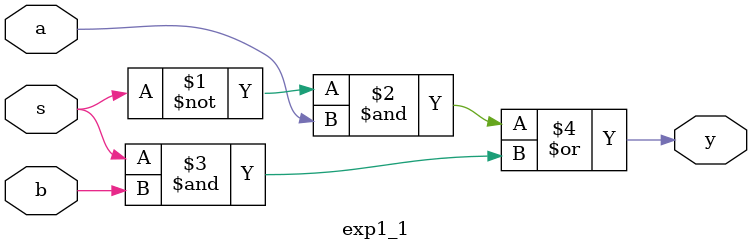
<source format=v>
module exp1_1(a,b,s,y);
	input a,b,s;
	output y;
	
	assign y = (~s&a)|(s&b);
	
endmodule
	
</source>
